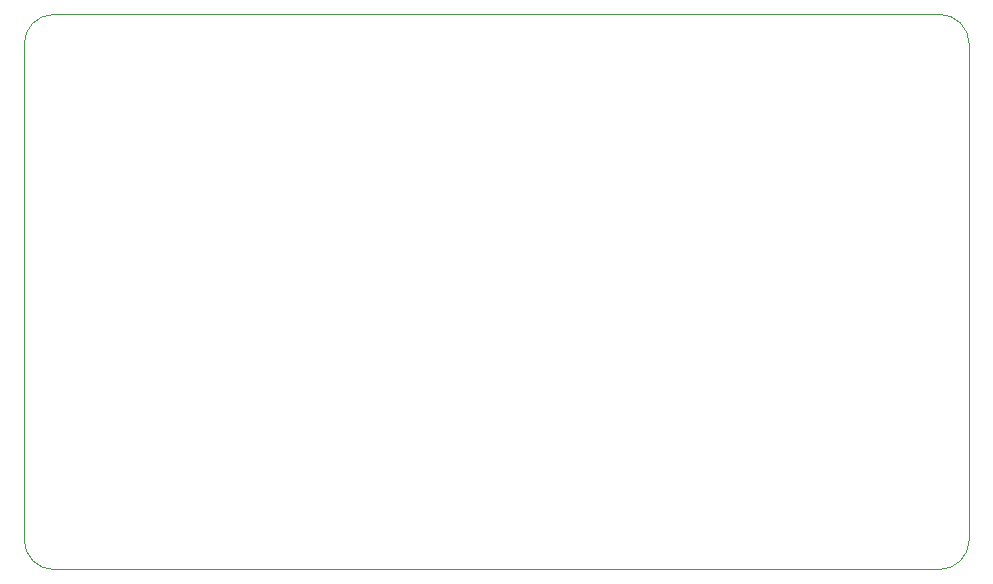
<source format=gbr>
G04 #@! TF.GenerationSoftware,KiCad,Pcbnew,5.1.9-73d0e3b20d~88~ubuntu20.04.1*
G04 #@! TF.CreationDate,2021-05-24T14:30:18+02:00*
G04 #@! TF.ProjectId,krieger,6b726965-6765-4722-9e6b-696361645f70,v2.0*
G04 #@! TF.SameCoordinates,Original*
G04 #@! TF.FileFunction,Profile,NP*
%FSLAX46Y46*%
G04 Gerber Fmt 4.6, Leading zero omitted, Abs format (unit mm)*
G04 Created by KiCad (PCBNEW 5.1.9-73d0e3b20d~88~ubuntu20.04.1) date 2021-05-24 14:30:18*
%MOMM*%
%LPD*%
G01*
G04 APERTURE LIST*
G04 #@! TA.AperFunction,Profile*
%ADD10C,0.100000*%
G04 #@! TD*
G04 APERTURE END LIST*
D10*
X200000000Y-121000000D02*
G75*
G02*
X197500000Y-123500000I-2500000J0D01*
G01*
X197500000Y-76500000D02*
G75*
G02*
X200000000Y-79000000I0J-2500000D01*
G01*
X120000000Y-79000000D02*
G75*
G02*
X122500000Y-76500000I2500000J0D01*
G01*
X122500000Y-123500000D02*
G75*
G02*
X120000000Y-121000000I0J2500000D01*
G01*
X120000000Y-121000000D02*
X120000000Y-79000000D01*
X197500000Y-123500000D02*
X122500000Y-123500000D01*
X200000000Y-79000000D02*
X200000000Y-121000000D01*
X122500000Y-76500000D02*
X197500000Y-76500000D01*
M02*

</source>
